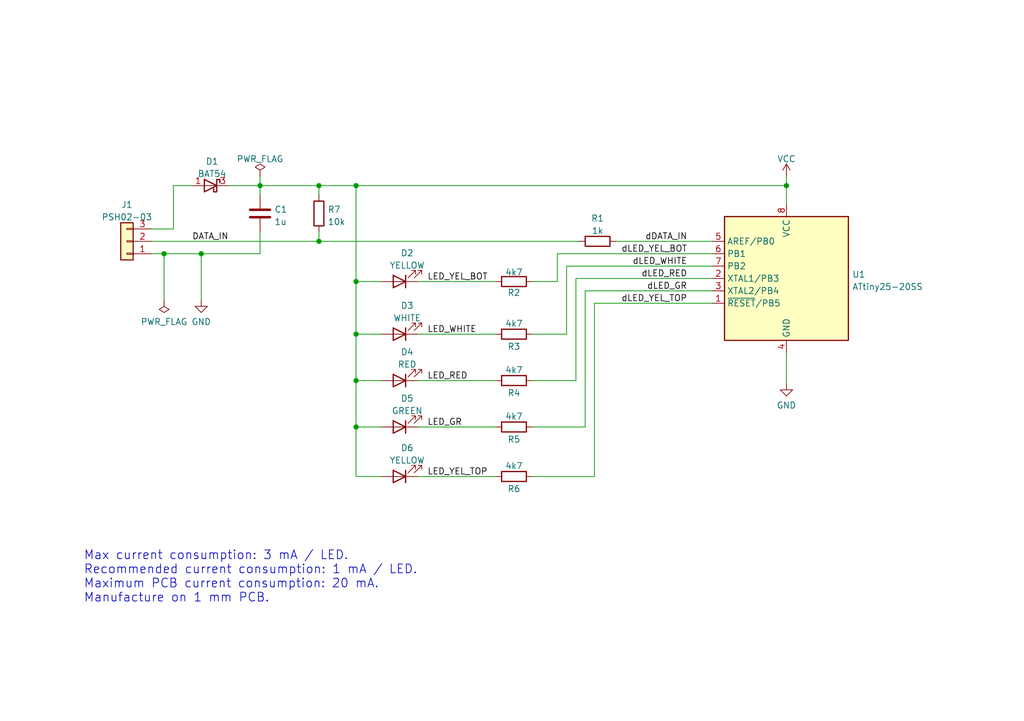
<source format=kicad_sch>
(kicad_sch (version 20211123) (generator eeschema)
  (paper "A5")
  (title_block (title "NV-H5B test signal") (date "2023-03-09") (rev "1.0") (company "S-COM decoder with LEDs") (comment 1 "Model Railroader Club Brno I – KMŽ Brno I – https://kmz-brno.cz/") (comment 2 "Jan Horáček") (comment 3 "https://creativecommons.org/licenses/by-sa/4.0/") (comment 4 "Released under the Creative Commons Attribution-ShareAlike 4.0 License"))
  (lib_symbols
    (symbol "Connector_Generic:Conn_01x03" (pin_names (offset 1.016) hide)
      (property "Reference" "J" (at 0 5.08 0))
      (property "Value" "Conn_01x03" (at 0 -5.08 0))
      (symbol "Conn_01x03_1_1"
        (rectangle (start -1.27 -2.413) (end 0 -2.667) (stroke (width 0.1524)))
        (rectangle (start -1.27 0.127) (end 0 -0.127) (stroke (width 0.1524)))
        (rectangle (start -1.27 2.667) (end 0 2.413) (stroke (width 0.1524)))
        (rectangle (start -1.27 3.81) (end 1.27 -3.81) (stroke (width 0.254)) (fill (type background)))
        (pin passive line (at -5.08 2.54 0) (length 3.81) (name "Pin_1") (number "1"))
        (pin passive line (at -5.08 0 0) (length 3.81) (name "Pin_2") (number "2"))
        (pin passive line (at -5.08 -2.54 0) (length 3.81) (name "Pin_3") (number "3"))
      )
    )
    (symbol "Device:C" (pin_numbers hide) (pin_names (offset 0.254))
      (property "Reference" "C" (at 0.635 2.54 0))
      (property "Value" "C" (at 0.635 -2.54 0))
      (symbol "C_0_1"
        (polyline (pts (xy -2.032 -0.762) (xy 2.032 -0.762)) (stroke (width 0.508)))
        (polyline (pts (xy -2.032 0.762) (xy 2.032 0.762)) (stroke (width 0.508)))
      )
      (symbol "C_1_1"
        (pin passive line (at 0 3.81 270) (length 2.794) (name "~") (number "1"))
        (pin passive line (at 0 -3.81 90) (length 2.794) (name "~") (number "2"))
      )
    )
    (symbol "Device:LED" (pin_numbers hide) (pin_names (offset 1.016) hide)
      (property "Reference" "D" (at 0 2.54 0))
      (property "Value" "LED" (at 0 -2.54 0))
      (symbol "LED_0_1"
        (polyline (pts (xy -1.27 -1.27) (xy -1.27 1.27)) (stroke (width 0.254)))
        (polyline (pts (xy -1.27 0) (xy 1.27 0)))
        (polyline (pts (xy 1.27 -1.27) (xy 1.27 1.27) (xy -1.27 0) (xy 1.27 -1.27)) (stroke (width 0.254)))
        (polyline (pts (xy -3.048 -0.762) (xy -4.572 -2.286) (xy -3.81 -2.286) (xy -4.572 -2.286) (xy -4.572 -1.524)))
        (polyline (pts (xy -1.778 -0.762) (xy -3.302 -2.286) (xy -2.54 -2.286) (xy -3.302 -2.286) (xy -3.302 -1.524)))
      )
      (symbol "LED_1_1"
        (pin passive line (at -3.81 0 0) (length 2.54) (name "K") (number "1"))
        (pin passive line (at 3.81 0 180) (length 2.54) (name "A") (number "2"))
      )
    )
    (symbol "Device:R" (pin_numbers hide) (pin_names (offset 0))
      (property "Reference" "R" (at 2.032 0 90))
      (property "Value" "R" (at 0 0 90))
      (symbol "R_0_1"
        (rectangle (start -1.016 -2.54) (end 1.016 2.54) (stroke (width 0.254)))
      )
      (symbol "R_1_1"
        (pin passive line (at 0 3.81 270) (length 1.27) (name "~") (number "1"))
        (pin passive line (at 0 -3.81 90) (length 1.27) (name "~") (number "2"))
      )
    )
    (symbol "Diode:BAT54W" (pin_names (offset 1.016) hide)
      (property "Reference" "D" (at 0 2.54 0))
      (property "Value" "BAT54W" (at 0 -2.54 0))
      (symbol "BAT54W_0_1"
        (polyline (pts (xy 1.27 0) (xy -1.27 0)))
        (polyline (pts (xy 1.27 1.27) (xy 1.27 -1.27) (xy -1.27 0) (xy 1.27 1.27)) (stroke (width 0.254)))
        (polyline (pts (xy -1.905 0.635) (xy -1.905 1.27) (xy -1.27 1.27) (xy -1.27 -1.27) (xy -0.635 -1.27) (xy -0.635 -0.635)) (stroke (width 0.254)))
      )
      (symbol "BAT54W_1_1"
        (pin passive line (at 3.81 0 180) (length 2.54) (name "A") (number "1"))
        (pin no_connect line (at 0 0 90) (length 2.54) hide (name "NC") (number "2"))
        (pin passive line (at -3.81 0 0) (length 2.54) (name "K") (number "3"))
      )
    )
    (symbol "MCU_Microchip_ATtiny:ATtiny25-20SS"
      (property "Reference" "U" (at -12.7 13.97 0))
      (property "Value" "ATtiny25-20SS" (at 2.54 -13.97 0))
      (symbol "ATtiny25-20SS_0_1"
        (rectangle (start -12.7 -12.7) (end 12.7 12.7) (stroke (width 0.254)) (fill (type background)))
      )
      (symbol "ATtiny25-20SS_1_1"
        (pin bidirectional line (at 15.24 -5.08 180) (length 2.54) (name "~{RESET}/PB5") (number "1"))
        (pin bidirectional line (at 15.24 0 180) (length 2.54) (name "XTAL1/PB3") (number "2"))
        (pin bidirectional line (at 15.24 -2.54 180) (length 2.54) (name "XTAL2/PB4") (number "3"))
        (pin power_in line (at 0 -15.24 90) (length 2.54) (name "GND") (number "4"))
        (pin bidirectional line (at 15.24 7.62 180) (length 2.54) (name "AREF/PB0") (number "5"))
        (pin bidirectional line (at 15.24 5.08 180) (length 2.54) (name "PB1") (number "6"))
        (pin bidirectional line (at 15.24 2.54 180) (length 2.54) (name "PB2") (number "7"))
        (pin power_in line (at 0 15.24 270) (length 2.54) (name "VCC") (number "8"))
      )
    )
    (symbol "power:GND" (power) (pin_names (offset 0))
      (property "Value" "GND" (at 0 -3.81 0))
      (symbol "GND_0_1"
        (polyline (pts (xy 0 0) (xy 0 -1.27) (xy 1.27 -1.27) (xy 0 -2.54) (xy -1.27 -1.27) (xy 0 -1.27)))
      )
      (symbol "GND_1_1"
        (pin power_in line (at 0 0 270) (length 0) hide (name "GND") (number "1"))
      )
    )
    (symbol "power:PWR_FLAG" (power) (pin_numbers hide) (pin_names (offset 0) hide)
      (property "Value" "PWR_FLAG" (at 0 3.81 0))
      (symbol "PWR_FLAG_0_0"
        (pin power_out line (at 0 0 90) (length 0) (name "pwr") (number "1"))
      )
      (symbol "PWR_FLAG_0_1"
        (polyline (pts (xy 0 0) (xy 0 1.27) (xy -1.016 1.905) (xy 0 2.54) (xy 1.016 1.905) (xy 0 1.27)))
      )
    )
    (symbol "power:VCC" (power) (pin_names (offset 0))
      (property "Value" "VCC" (at 0 3.81 0))
      (symbol "VCC_0_1"
        (polyline (pts (xy -0.762 1.27) (xy 0 2.54)))
        (polyline (pts (xy 0 0) (xy 0 2.54)))
        (polyline (pts (xy 0 2.54) (xy 0.762 1.27)))
      )
      (symbol "VCC_1_1"
        (pin power_in line (at 0 0 90) (length 0) hide (name "VCC") (number "1"))
      )
    )
  )
  (junction (at 73.025 57.785))
  (junction (at 65.405 49.53))
  (junction (at 73.025 78.105))
  (junction (at 73.025 38.1))
  (junction (at 33.655 52.07))
  (junction (at 73.025 87.63))
  (junction (at 161.29 38.1))
  (junction (at 53.34 38.1))
  (junction (at 65.405 38.1))
  (junction (at 41.275 52.07))
  (junction (at 73.025 68.58))
  (wire (pts (xy 46.99 38.1) (xy 53.34 38.1)))
  (wire (pts (xy 85.725 57.785) (xy 101.6 57.785)))
  (wire (pts (xy 161.29 36.195) (xy 161.29 38.1)))
  (wire (pts (xy 85.725 78.105) (xy 101.6 78.105)))
  (wire (pts (xy 33.655 52.07) (xy 41.275 52.07)))
  (wire (pts (xy 31.115 52.07) (xy 33.655 52.07)))
  (wire (pts (xy 33.655 52.07) (xy 33.655 61.595)))
  (wire (pts (xy 53.34 36.195) (xy 53.34 38.1)))
  (wire (pts (xy 73.025 57.785) (xy 78.105 57.785)))
  (wire (pts (xy 53.34 38.1) (xy 53.34 40.005)))
  (wire (pts (xy 73.025 68.58) (xy 78.105 68.58)))
  (wire (pts (xy 118.11 57.15) (xy 146.05 57.15)))
  (wire (pts (xy 121.92 97.79) (xy 121.92 62.23)))
  (wire (pts (xy 114.3 52.07) (xy 146.05 52.07)))
  (wire (pts (xy 73.025 87.63) (xy 73.025 78.105)))
  (wire (pts (xy 85.725 87.63) (xy 101.6 87.63)))
  (wire (pts (xy 53.34 52.07) (xy 53.34 47.625)))
  (wire (pts (xy 85.725 97.79) (xy 101.6 97.79)))
  (wire (pts (xy 53.34 38.1) (xy 65.405 38.1)))
  (wire (pts (xy 65.405 47.625) (xy 65.405 49.53)))
  (wire (pts (xy 109.22 57.785) (xy 114.3 57.785)))
  (wire (pts (xy 161.29 38.1) (xy 161.29 41.91)))
  (wire (pts (xy 73.025 57.785) (xy 73.025 38.1)))
  (wire (pts (xy 73.025 78.105) (xy 73.025 68.58)))
  (wire (pts (xy 65.405 38.1) (xy 73.025 38.1)))
  (wire (pts (xy 31.115 46.99) (xy 35.56 46.99)))
  (wire (pts (xy 73.025 38.1) (xy 161.29 38.1)))
  (wire (pts (xy 65.405 49.53) (xy 118.745 49.53)))
  (wire (pts (xy 118.11 78.105) (xy 118.11 57.15)))
  (wire (pts (xy 73.025 78.105) (xy 78.105 78.105)))
  (wire (pts (xy 73.025 87.63) (xy 78.105 87.63)))
  (wire (pts (xy 31.115 49.53) (xy 65.405 49.53)))
  (wire (pts (xy 109.22 97.79) (xy 121.92 97.79)))
  (wire (pts (xy 41.275 52.07) (xy 53.34 52.07)))
  (wire (pts (xy 35.56 46.99) (xy 35.56 38.1)))
  (wire (pts (xy 120.015 59.69) (xy 146.05 59.69)))
  (wire (pts (xy 161.29 72.39) (xy 161.29 78.74)))
  (wire (pts (xy 109.22 78.105) (xy 118.11 78.105)))
  (wire (pts (xy 114.3 57.785) (xy 114.3 52.07)))
  (wire (pts (xy 116.205 54.61) (xy 146.05 54.61)))
  (wire (pts (xy 109.22 68.58) (xy 116.205 68.58)))
  (wire (pts (xy 126.365 49.53) (xy 146.05 49.53)))
  (wire (pts (xy 121.92 62.23) (xy 146.05 62.23)))
  (wire (pts (xy 85.725 68.58) (xy 101.6 68.58)))
  (wire (pts (xy 120.015 87.63) (xy 120.015 59.69)))
  (wire (pts (xy 73.025 97.79) (xy 73.025 87.63)))
  (wire (pts (xy 73.025 68.58) (xy 73.025 57.785)))
  (wire (pts (xy 35.56 38.1) (xy 39.37 38.1)))
  (wire (pts (xy 78.105 97.79) (xy 73.025 97.79)))
  (wire (pts (xy 109.22 87.63) (xy 120.015 87.63)))
  (wire (pts (xy 41.275 52.07) (xy 41.275 61.595)))
  (wire (pts (xy 65.405 38.1) (xy 65.405 40.005)))
  (wire (pts (xy 116.205 68.58) (xy 116.205 54.61)))
  (text "Max current consumption: 3 mA / LED.\nRecommended current consumption: 1 mA / LED.\nMaximum PCB current consumption: 20 mA.\nManufacture on 1 mm PCB." (at 17.145 123.825 0) (effects (font (size 1.8 1.8)) (justify left bottom)))
  (label "dLED_WHITE" (at 140.97 54.61 180))
  (label "LED_YEL_BOT" (at 87.63 57.785 0))
  (label "DATA_IN" (at 39.37 49.53 0))
  (label "dLED_YEL_TOP" (at 140.97 62.23 180))
  (label "dLED_GR" (at 140.97 59.69 180))
  (label "dDATA_IN" (at 140.97 49.53 180))
  (label "LED_WHITE" (at 87.63 68.58 0))
  (label "LED_GR" (at 87.63 87.63 0))
  (label "LED_YEL_TOP" (at 87.63 97.79 0))
  (label "LED_RED" (at 87.63 78.105 0))
  (label "dLED_RED" (at 140.97 57.15 180))
  (label "dLED_YEL_BOT" (at 140.97 52.07 180))
  (symbol (lib_id "Device:R") (at 65.405 43.815 0) (unit 1)
    (property "Reference" "R7" (at 67.183 42.9803 0) (effects (justify left)))
    (property "Value" "10k" (at 67.183 45.5172 0) (effects (justify left)))
    (property "Footprint" "Resistor_SMD:R_0805_2012Metric" (effects hide))
  )
  (symbol (lib_id "Device:LED") (at 81.915 68.58 180) (unit 1)
    (property "Reference" "D3" (at 83.5025 62.7212 0))
    (property "Value" "WHITE" (at 83.5025 65.2581 0))
    (property "Footprint" "LED_SMD:LED_0805_2012Metric" (effects hide))
  )
  (symbol (lib_id "Connector_Generic:Conn_01x03") (at 26.035 49.53 180) (unit 1)
    (property "Reference" "J1" (at 26.035 42.0202 0))
    (property "Value" "PSH02-03" (at 26.035 44.5571 0))
    (property "Footprint" "Connector_PinHeader_2.54mm:PinHeader_1x03_P2.54mm_Horizontal" (effects hide))
  )
  (symbol (lib_id "power:PWR_FLAG") (at 33.655 61.595 180) (unit 1)
    (property "Reference" "#FLG01" (effects hide))
    (property "Value" "PWR_FLAG" (at 33.655 66.0384 0))
  )
  (symbol (lib_id "power:GND") (at 161.29 78.74 0) (unit 1)
    (property "Reference" "#PWR04" (effects hide))
    (property "Value" "GND" (at 161.29 83.1834 0))
  )
  (symbol (lib_id "MCU_Microchip_ATtiny:ATtiny25-20SS") (at 161.29 57.15 0) (mirror y) (unit 1)
    (property "Reference" "U1" (at 174.752 56.3153 0) (effects (justify right)))
    (property "Value" "ATtiny25-20SS" (at 174.752 58.8522 0) (effects (justify right)))
    (property "Footprint" "Package_SO:SOIC-8_3.9x4.9mm_P1.27mm" (effects hide))
    (property "Datasheet" "http://ww1.microchip.com/downloads/en/DeviceDoc/atmel-2586-avr-8-bit-microcontroller-attiny25-attiny45-attiny85_datasheet.pdf" (effects hide))
  )
  (symbol (lib_id "Device:R") (at 122.555 49.53 90) (unit 1)
    (property "Reference" "R1" (at 122.555 44.8142 90))
    (property "Value" "1k" (at 122.555 47.3511 90))
    (property "Footprint" "Resistor_SMD:R_0805_2012Metric" (effects hide))
  )
  (symbol (lib_id "Diode:BAT54W") (at 43.18 38.1 0) (mirror y) (unit 1)
    (property "Reference" "D1" (at 43.4975 33.1302 0))
    (property "Value" "BAT54" (at 43.4975 35.6671 0))
    (property "Footprint" "Package_TO_SOT_SMD:SOT-23" (effects hide))
    (property "Datasheet" "https://assets.nexperia.com/documents/data-sheet/BAT54W_SER.pdf" (effects hide))
  )
  (symbol (lib_id "power:PWR_FLAG") (at 53.34 36.195 0) (unit 1)
    (property "Reference" "#FLG0101" (effects hide))
    (property "Value" "PWR_FLAG" (at 53.34 32.6192 0))
  )
  (symbol (lib_id "Device:LED") (at 81.915 87.63 180) (unit 1)
    (property "Reference" "D5" (at 83.5025 81.7712 0))
    (property "Value" "GREEN" (at 83.5025 84.3081 0))
    (property "Footprint" "LED_SMD:LED_0805_2012Metric" (effects hide))
  )
  (symbol (lib_id "Device:LED") (at 81.915 57.785 180) (unit 1)
    (property "Reference" "D2" (at 83.5025 51.9262 0))
    (property "Value" "YELLOW" (at 83.5025 54.4631 0))
    (property "Footprint" "LED_SMD:LED_0805_2012Metric" (effects hide))
  )
  (symbol (lib_id "Device:C") (at 53.34 43.815 0) (unit 1)
    (property "Reference" "C1" (at 56.261 42.9803 0) (effects (justify left)))
    (property "Value" "1u" (at 56.261 45.5172 0) (effects (justify left)))
    (property "Footprint" "Capacitor_SMD:C_0805_2012Metric" (effects hide))
  )
  (symbol (lib_id "power:GND") (at 41.275 61.595 0) (unit 1)
    (property "Reference" "#PWR03" (effects hide))
    (property "Value" "GND" (at 41.275 66.0384 0))
  )
  (symbol (lib_id "Device:R") (at 105.41 68.58 90) (unit 1)
    (property "Reference" "R3" (at 105.41 71.12 90))
    (property "Value" "4k7" (at 105.41 66.4011 90))
    (property "Footprint" "Resistor_SMD:R_0805_2012Metric" (effects hide))
  )
  (symbol (lib_id "Device:LED") (at 81.915 78.105 180) (unit 1)
    (property "Reference" "D4" (at 83.5025 72.2462 0))
    (property "Value" "RED" (at 83.5025 74.7831 0))
    (property "Footprint" "LED_SMD:LED_0805_2012Metric" (effects hide))
  )
  (symbol (lib_id "power:VCC") (at 161.29 36.195 0) (unit 1)
    (property "Reference" "#PWR0101" (effects hide))
    (property "Value" "VCC" (at 161.29 32.6192 0))
  )
  (symbol (lib_id "Device:R") (at 105.41 78.105 90) (unit 1)
    (property "Reference" "R4" (at 105.41 80.645 90))
    (property "Value" "4k7" (at 105.41 75.9261 90))
    (property "Footprint" "Resistor_SMD:R_0805_2012Metric" (effects hide))
  )
  (symbol (lib_id "Device:R") (at 105.41 57.785 270) (unit 1)
    (property "Reference" "R2" (at 105.41 60.071 90))
    (property "Value" "4k7" (at 105.41 55.88 90))
    (property "Footprint" "Resistor_SMD:R_0805_2012Metric" (effects hide))
  )
  (symbol (lib_id "Device:R") (at 105.41 97.79 90) (unit 1)
    (property "Reference" "R6" (at 105.41 100.33 90))
    (property "Value" "4k7" (at 105.41 95.6111 90))
    (property "Footprint" "Resistor_SMD:R_0805_2012Metric" (effects hide))
  )
  (symbol (lib_id "Device:R") (at 105.41 87.63 90) (unit 1)
    (property "Reference" "R5" (at 105.41 90.17 90))
    (property "Value" "4k7" (at 105.41 85.4511 90))
    (property "Footprint" "Resistor_SMD:R_0805_2012Metric" (effects hide))
  )
  (symbol (lib_id "Device:LED") (at 81.915 97.79 180) (unit 1)
    (property "Reference" "D6" (at 83.5025 91.9312 0))
    (property "Value" "YELLOW" (at 83.5025 94.4681 0))
    (property "Footprint" "LED_SMD:LED_0805_2012Metric" (effects hide))
  )
)
</source>
